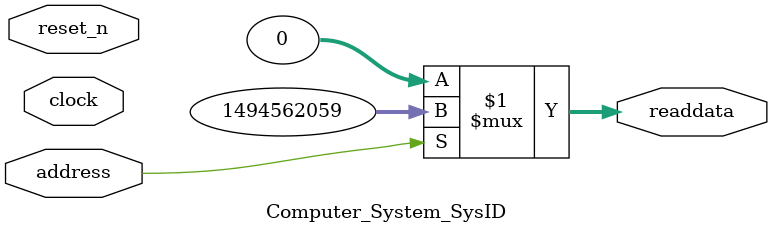
<source format=v>
module Computer_System_SysID (
                address,
                clock,
                reset_n,
                readdata
             )
;
  output  [ 31: 0] readdata;
  input            address;
  input            clock;
  input            reset_n;
  wire    [ 31: 0] readdata;
  assign readdata = address ? 1494562059 : 0;
endmodule
</source>
